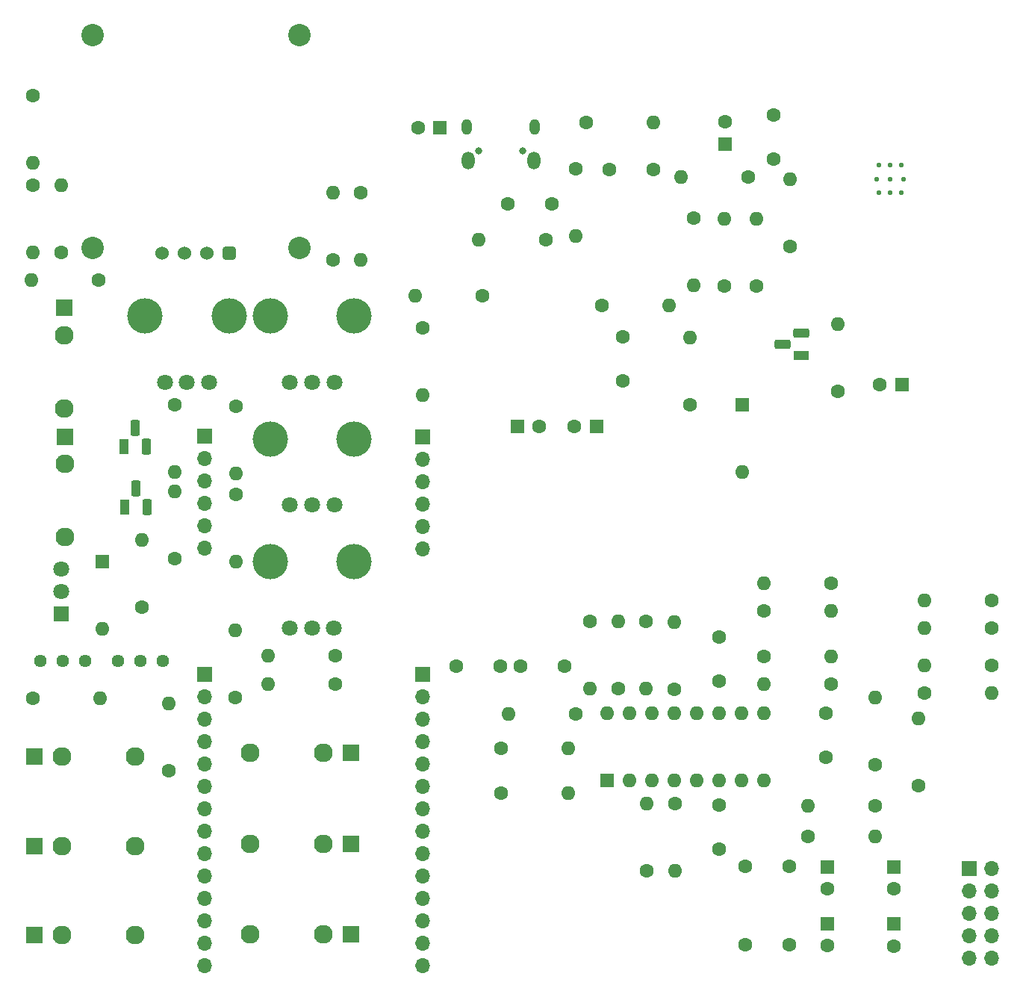
<source format=gbr>
%TF.GenerationSoftware,KiCad,Pcbnew,7.0.7*%
%TF.CreationDate,2024-02-11T13:34:09-07:00*%
%TF.ProjectId,TunerVCO,54756e65-7256-4434-9f2e-6b696361645f,rev?*%
%TF.SameCoordinates,Original*%
%TF.FileFunction,Soldermask,Bot*%
%TF.FilePolarity,Negative*%
%FSLAX46Y46*%
G04 Gerber Fmt 4.6, Leading zero omitted, Abs format (unit mm)*
G04 Created by KiCad (PCBNEW 7.0.7) date 2024-02-11 13:34:09*
%MOMM*%
%LPD*%
G01*
G04 APERTURE LIST*
G04 Aperture macros list*
%AMRoundRect*
0 Rectangle with rounded corners*
0 $1 Rounding radius*
0 $2 $3 $4 $5 $6 $7 $8 $9 X,Y pos of 4 corners*
0 Add a 4 corners polygon primitive as box body*
4,1,4,$2,$3,$4,$5,$6,$7,$8,$9,$2,$3,0*
0 Add four circle primitives for the rounded corners*
1,1,$1+$1,$2,$3*
1,1,$1+$1,$4,$5*
1,1,$1+$1,$6,$7*
1,1,$1+$1,$8,$9*
0 Add four rect primitives between the rounded corners*
20,1,$1+$1,$2,$3,$4,$5,0*
20,1,$1+$1,$4,$5,$6,$7,0*
20,1,$1+$1,$6,$7,$8,$9,0*
20,1,$1+$1,$8,$9,$2,$3,0*%
G04 Aperture macros list end*
%ADD10C,0.584200*%
%ADD11O,1.600000X1.600000*%
%ADD12C,1.600000*%
%ADD13R,1.600000X1.600000*%
%ADD14RoundRect,0.275000X0.625000X-0.275000X0.625000X0.275000X-0.625000X0.275000X-0.625000X-0.275000X0*%
%ADD15R,1.800000X1.100000*%
%ADD16C,2.540000*%
%ADD17RoundRect,0.381000X0.381000X0.381000X-0.381000X0.381000X-0.381000X-0.381000X0.381000X-0.381000X0*%
%ADD18C,1.524000*%
%ADD19O,1.700000X1.700000*%
%ADD20R,1.700000X1.700000*%
%ADD21R,1.830000X1.930000*%
%ADD22C,2.130000*%
%ADD23R,1.100000X1.800000*%
%ADD24RoundRect,0.275000X-0.275000X-0.625000X0.275000X-0.625000X0.275000X0.625000X-0.275000X0.625000X0*%
%ADD25C,4.000000*%
%ADD26C,1.800000*%
%ADD27O,1.150000X1.800000*%
%ADD28O,1.450000X2.000000*%
%ADD29O,0.800000X0.800000*%
%ADD30R,1.800000X1.800000*%
%ADD31C,1.440000*%
%ADD32R,1.930000X1.830000*%
G04 APERTURE END LIST*
D10*
%TO.C,U304*%
X97457200Y91090000D03*
X97757200Y92715000D03*
X97757200Y89545000D03*
X98982200Y92720000D03*
X98982200Y91090000D03*
X98982200Y89545000D03*
X100297200Y92720000D03*
X100297200Y89545000D03*
X100507200Y91090000D03*
%TD*%
D11*
%TO.C,R309*%
X64952800Y33329800D03*
D12*
X64952800Y40949800D03*
%TD*%
D13*
%TO.C,D202*%
X9677400Y47726600D03*
D11*
X9677400Y40106600D03*
%TD*%
%TO.C,R307*%
X71353600Y33329800D03*
D12*
X71353600Y40949800D03*
%TD*%
D14*
%TO.C,Q303*%
X88898600Y73665000D03*
X86828600Y72395000D03*
D15*
X88898600Y71125000D03*
%TD*%
D12*
%TO.C,R207*%
X24815800Y55397400D03*
D11*
X24815800Y47777400D03*
%TD*%
D12*
%TO.C,C319*%
X80319800Y97588621D03*
D13*
X80319800Y95088621D03*
%TD*%
D11*
%TO.C,R304*%
X62489000Y26573400D03*
D12*
X54869000Y26573400D03*
%TD*%
D11*
%TO.C,R318*%
X92359400Y37012800D03*
D12*
X84739400Y37012800D03*
%TD*%
%TO.C,R216*%
X1854200Y100584000D03*
D11*
X1854200Y92964000D03*
%TD*%
%TO.C,R329*%
X45140800Y77906800D03*
D12*
X52760800Y77906800D03*
%TD*%
D11*
%TO.C,R320*%
X102925800Y35996800D03*
D12*
X110545800Y35996800D03*
%TD*%
%TO.C,C314*%
X99446000Y4145200D03*
D13*
X99446000Y6645200D03*
%TD*%
D11*
%TO.C,R303*%
X62539800Y21518800D03*
D12*
X54919800Y21518800D03*
%TD*%
%TO.C,R215*%
X9271000Y79679800D03*
D11*
X1651000Y79679800D03*
%TD*%
D12*
%TO.C,R204*%
X17907000Y65506600D03*
D11*
X17907000Y57886600D03*
%TD*%
D16*
%TO.C,U202*%
X32054800Y83312000D03*
X32054800Y107442000D03*
X8559800Y83312000D03*
X8559800Y107442000D03*
D17*
X24117300Y82677000D03*
D18*
X21577300Y82677000D03*
X19037300Y82677000D03*
X16497300Y82677000D03*
%TD*%
D11*
%TO.C,R315*%
X89667000Y20020200D03*
D12*
X97287000Y20020200D03*
%TD*%
%TO.C,C306*%
X91749800Y30535800D03*
X91749800Y25535800D03*
%TD*%
D19*
%TO.C,J304*%
X46029800Y49204800D03*
X46029800Y51744800D03*
X46029800Y54284800D03*
X46029800Y56824800D03*
X46029800Y59364800D03*
D20*
X46029800Y61904800D03*
%TD*%
D21*
%TO.C,J206*%
X2000000Y15519400D03*
D22*
X13400000Y15519400D03*
X5100000Y15519400D03*
%TD*%
D11*
%TO.C,R306*%
X74528600Y40924400D03*
D12*
X74528600Y33304400D03*
%TD*%
D11*
%TO.C,R325*%
X76713000Y79049800D03*
D12*
X76713000Y86669800D03*
%TD*%
%TO.C,R201*%
X38963600Y89535000D03*
D11*
X38963600Y81915000D03*
%TD*%
D12*
%TO.C,R202*%
X35839400Y81915000D03*
D11*
X35839400Y89535000D03*
%TD*%
D12*
%TO.C,R205*%
X5003800Y82804000D03*
D11*
X5003800Y90424000D03*
%TD*%
D23*
%TO.C,Q202*%
X12166600Y60788600D03*
D24*
X13436600Y62858600D03*
X14706600Y60788600D03*
%TD*%
D12*
%TO.C,C303*%
X97846312Y67797600D03*
D13*
X100346312Y67797600D03*
%TD*%
D12*
%TO.C,C315*%
X45471512Y96906000D03*
D13*
X47971512Y96906000D03*
%TD*%
D19*
%TO.C,J301*%
X110515400Y2819400D03*
X107975400Y2819400D03*
X110515400Y5359400D03*
X107975400Y5359400D03*
X110515400Y7899400D03*
X107975400Y7899400D03*
X110515400Y10439400D03*
X107975400Y10439400D03*
X110515400Y12979400D03*
D20*
X107975400Y12979400D03*
%TD*%
D12*
%TO.C,C305*%
X62118800Y35920600D03*
X57118800Y35920600D03*
%TD*%
D11*
%TO.C,R314*%
X84739400Y45318600D03*
D12*
X92359400Y45318600D03*
%TD*%
%TO.C,C309*%
X91902200Y10648112D03*
D13*
X91902200Y13148112D03*
%TD*%
D12*
%TO.C,C301*%
X68712000Y68193200D03*
X68712000Y73193200D03*
%TD*%
D11*
%TO.C,R327*%
X72166400Y97515600D03*
D12*
X64546400Y97515600D03*
%TD*%
D11*
%TO.C,R332*%
X93089000Y74671000D03*
D12*
X93089000Y67051000D03*
%TD*%
D11*
%TO.C,R326*%
X73919000Y76763800D03*
D12*
X66299000Y76763800D03*
%TD*%
%TO.C,R210*%
X14173200Y42621200D03*
D11*
X14173200Y50241200D03*
%TD*%
D21*
%TO.C,J209*%
X37841400Y5461000D03*
D22*
X26441400Y5461000D03*
X34741400Y5461000D03*
%TD*%
D25*
%TO.C,RV202*%
X28727200Y75587400D03*
X38227200Y75587400D03*
D26*
X35977200Y68087400D03*
X33477200Y68087400D03*
X30977200Y68087400D03*
%TD*%
D12*
%TO.C,C316*%
X60645600Y88295400D03*
X55645600Y88295400D03*
%TD*%
D11*
%TO.C,R301*%
X63327200Y84688600D03*
D12*
X63327200Y92308600D03*
%TD*%
%TO.C,R212*%
X1803400Y32283400D03*
D11*
X9423400Y32283400D03*
%TD*%
D12*
%TO.C,R213*%
X1854200Y90424000D03*
D11*
X1854200Y82804000D03*
%TD*%
D12*
%TO.C,C302*%
X63200713Y63073200D03*
D13*
X65700713Y63073200D03*
%TD*%
D11*
%TO.C,U302*%
X66908600Y30535800D03*
X69448600Y30535800D03*
X71988600Y30535800D03*
X74528600Y30535800D03*
X77068600Y30535800D03*
X79608600Y30535800D03*
X82148600Y30535800D03*
X84688600Y30535800D03*
X84688600Y22915800D03*
X82148600Y22915800D03*
X79608600Y22915800D03*
X77068600Y22915800D03*
X74528600Y22915800D03*
X71988600Y22915800D03*
X69448600Y22915800D03*
D13*
X66908600Y22915800D03*
%TD*%
D11*
%TO.C,R308*%
X68153200Y40949800D03*
D12*
X68153200Y33329800D03*
%TD*%
D20*
%TO.C,J202*%
X21310600Y61950600D03*
D19*
X21310600Y59410600D03*
X21310600Y56870600D03*
X21310600Y54330600D03*
X21310600Y51790600D03*
X21310600Y49250600D03*
%TD*%
D11*
%TO.C,R328*%
X75265200Y91318000D03*
D12*
X82885200Y91318000D03*
%TD*%
%TO.C,R214*%
X17881600Y48056800D03*
D11*
X17881600Y55676800D03*
%TD*%
D21*
%TO.C,J210*%
X37841400Y15773400D03*
D22*
X26441400Y15773400D03*
X34741400Y15773400D03*
%TD*%
D11*
%TO.C,R324*%
X102925800Y43312000D03*
D12*
X110545800Y43312000D03*
%TD*%
D23*
%TO.C,Q201*%
X12192000Y53930600D03*
D24*
X13462000Y56000600D03*
X14732000Y53930600D03*
%TD*%
D12*
%TO.C,R209*%
X24790400Y32308800D03*
D11*
X24790400Y39928800D03*
%TD*%
D27*
%TO.C,J302*%
X50999000Y97034200D03*
X58749000Y97034200D03*
D28*
X51149000Y93234200D03*
X58599000Y93234200D03*
D29*
X52374000Y94284200D03*
X57374000Y94284200D03*
%TD*%
D11*
%TO.C,R319*%
X84739400Y33837800D03*
D12*
X92359400Y33837800D03*
%TD*%
D21*
%TO.C,J208*%
X37841400Y26085800D03*
D22*
X26441400Y26085800D03*
X34741400Y26085800D03*
%TD*%
D12*
%TO.C,C307*%
X79608600Y20183400D03*
X79608600Y15183400D03*
%TD*%
D11*
%TO.C,R323*%
X102925800Y40187800D03*
D12*
X110545800Y40187800D03*
%TD*%
D11*
%TO.C,R331*%
X87685800Y91089400D03*
D12*
X87685800Y83469400D03*
%TD*%
%TO.C,C313*%
X99446000Y10648112D03*
D13*
X99446000Y13148112D03*
%TD*%
D30*
%TO.C,D201*%
X5003800Y41833800D03*
D26*
X5003800Y44373800D03*
X5003800Y46913800D03*
%TD*%
D12*
%TO.C,R203*%
X24815800Y65379600D03*
D11*
X24815800Y57759600D03*
%TD*%
D12*
%TO.C,C308*%
X79608600Y34208000D03*
X79608600Y39208000D03*
%TD*%
D31*
%TO.C,RV209*%
X7706600Y36524000D03*
X5166600Y36524000D03*
X2626600Y36524000D03*
%TD*%
D11*
%TO.C,D301*%
X82224800Y57942400D03*
D13*
X82224800Y65562400D03*
%TD*%
D11*
%TO.C,R321*%
X102240000Y29977000D03*
D12*
X102240000Y22357000D03*
%TD*%
D31*
%TO.C,RV208*%
X16571200Y36524000D03*
X14031200Y36524000D03*
X11491200Y36524000D03*
%TD*%
D11*
%TO.C,R313*%
X92359400Y42118200D03*
D12*
X84739400Y42118200D03*
%TD*%
%TO.C,R211*%
X17221200Y24028400D03*
D11*
X17221200Y31648400D03*
%TD*%
D12*
%TO.C,C317*%
X59237288Y63047800D03*
D13*
X56737288Y63047800D03*
%TD*%
D11*
%TO.C,R316*%
X97287000Y16616600D03*
D12*
X89667000Y16616600D03*
%TD*%
%TO.C,C304*%
X49792800Y35920600D03*
X54792800Y35920600D03*
%TD*%
D25*
%TO.C,RV203*%
X28727200Y61668200D03*
X38227200Y61668200D03*
D26*
X35977200Y54168200D03*
X33477200Y54168200D03*
X30977200Y54168200D03*
%TD*%
D11*
%TO.C,R322*%
X110545800Y32847200D03*
D12*
X102925800Y32847200D03*
%TD*%
D32*
%TO.C,J204*%
X5461000Y61920600D03*
D22*
X5461000Y50520600D03*
X5461000Y58820600D03*
%TD*%
D11*
%TO.C,R317*%
X97287000Y32313800D03*
D12*
X97287000Y24693800D03*
%TD*%
D11*
%TO.C,R311*%
X80243600Y86644400D03*
D12*
X80243600Y79024400D03*
%TD*%
%TO.C,C312*%
X87544200Y13162200D03*
X82544200Y13162200D03*
%TD*%
D11*
%TO.C,R330*%
X46029800Y66654600D03*
D12*
X46029800Y74274600D03*
%TD*%
D11*
%TO.C,R310*%
X55732600Y30485000D03*
D12*
X63352600Y30485000D03*
%TD*%
%TO.C,R208*%
X36068000Y33832800D03*
D11*
X28448000Y33832800D03*
%TD*%
D19*
%TO.C,J303*%
X46029800Y1925400D03*
X46029800Y4465400D03*
X46029800Y7005400D03*
X46029800Y9545400D03*
X46029800Y12085400D03*
X46029800Y14625400D03*
X46029800Y17165400D03*
X46029800Y19705400D03*
X46029800Y22245400D03*
X46029800Y24785400D03*
X46029800Y27325400D03*
X46029800Y29865400D03*
X46029800Y32405400D03*
D20*
X46029800Y34945400D03*
%TD*%
D11*
%TO.C,R305*%
X71429800Y20325000D03*
D12*
X71429800Y12705000D03*
%TD*%
D11*
%TO.C,R334*%
X74655600Y12679600D03*
D12*
X74655600Y20299600D03*
%TD*%
D11*
%TO.C,R312*%
X83875800Y86644400D03*
D12*
X83875800Y79024400D03*
%TD*%
D21*
%TO.C,J207*%
X2000000Y5384800D03*
D22*
X13400000Y5384800D03*
X5100000Y5384800D03*
%TD*%
D11*
%TO.C,R302*%
X52354400Y84256800D03*
D12*
X59974400Y84256800D03*
%TD*%
%TO.C,C311*%
X82544200Y4272200D03*
X87544200Y4272200D03*
%TD*%
%TO.C,C310*%
X91902200Y4221912D03*
D13*
X91902200Y6721912D03*
%TD*%
D25*
%TO.C,RV204*%
X28702000Y47726600D03*
X38202000Y47726600D03*
D26*
X35952000Y40226600D03*
X33452000Y40226600D03*
X30952000Y40226600D03*
%TD*%
D20*
%TO.C,J201*%
X21310600Y34991200D03*
D19*
X21310600Y32451200D03*
X21310600Y29911200D03*
X21310600Y27371200D03*
X21310600Y24831200D03*
X21310600Y22291200D03*
X21310600Y19751200D03*
X21310600Y17211200D03*
X21310600Y14671200D03*
X21310600Y12131200D03*
X21310600Y9591200D03*
X21310600Y7051200D03*
X21310600Y4511200D03*
X21310600Y1971200D03*
%TD*%
D32*
%TO.C,J203*%
X5410200Y76504800D03*
D22*
X5410200Y65104800D03*
X5410200Y73404800D03*
%TD*%
D11*
%TO.C,R333*%
X76332000Y73182400D03*
D12*
X76332000Y65562400D03*
%TD*%
%TO.C,C318*%
X72202600Y92232400D03*
X67202600Y92232400D03*
%TD*%
D21*
%TO.C,J205*%
X2000000Y25628600D03*
D22*
X13400000Y25628600D03*
X5100000Y25628600D03*
%TD*%
D12*
%TO.C,R206*%
X36118800Y37109400D03*
D11*
X28498800Y37109400D03*
%TD*%
D12*
%TO.C,C320*%
X85780800Y93415400D03*
X85780800Y98415400D03*
%TD*%
D25*
%TO.C,RV201*%
X14543200Y75597400D03*
X24043200Y75597400D03*
D26*
X21793200Y68097400D03*
X19293200Y68097400D03*
X16793200Y68097400D03*
%TD*%
M02*

</source>
